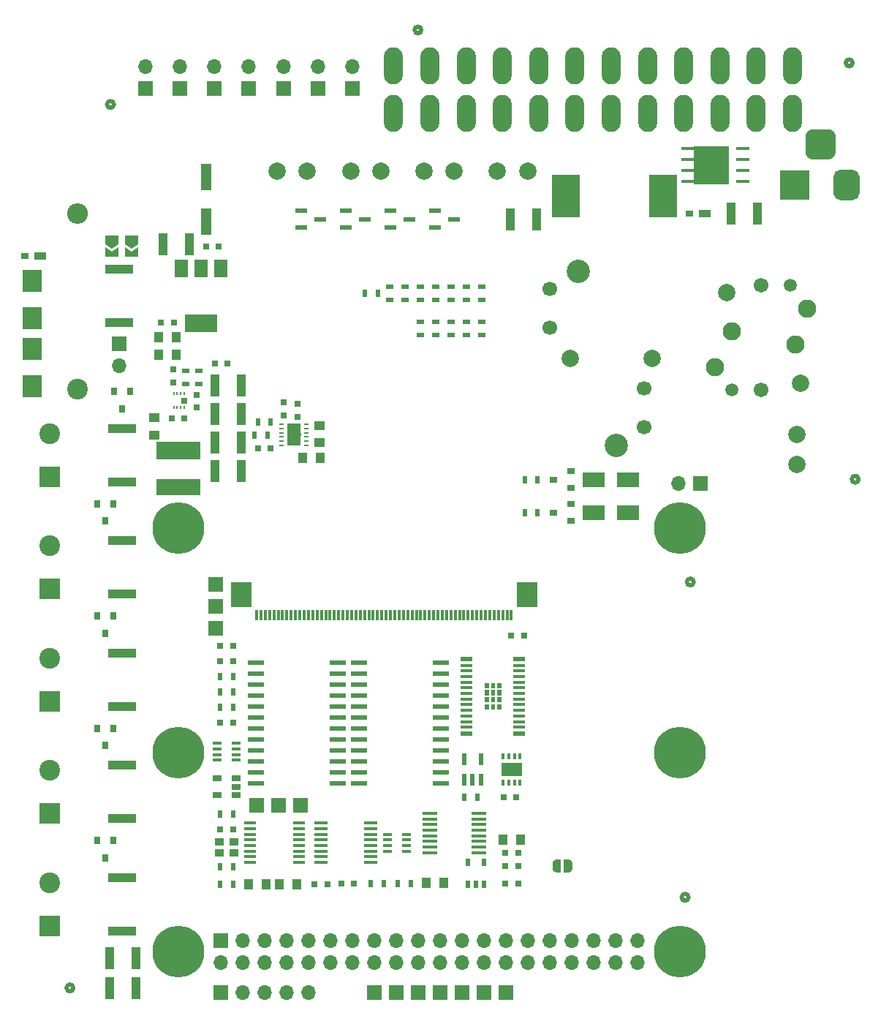
<source format=gts>
G04 #@! TF.GenerationSoftware,KiCad,Pcbnew,(5.1.6-0-10_14)*
G04 #@! TF.CreationDate,2021-12-06T16:22:22+09:00*
G04 #@! TF.ProjectId,qPCR-main,71504352-2d6d-4616-996e-2e6b69636164,rev?*
G04 #@! TF.SameCoordinates,Original*
G04 #@! TF.FileFunction,Soldermask,Top*
G04 #@! TF.FilePolarity,Negative*
%FSLAX46Y46*%
G04 Gerber Fmt 4.6, Leading zero omitted, Abs format (unit mm)*
G04 Created by KiCad (PCBNEW (5.1.6-0-10_14)) date 2021-12-06 16:22:22*
%MOMM*%
%LPD*%
G01*
G04 APERTURE LIST*
%ADD10C,0.475000*%
%ADD11C,0.100000*%
%ADD12R,1.000000X1.250000*%
%ADD13O,1.700000X1.700000*%
%ADD14R,1.700000X1.700000*%
%ADD15R,0.800000X0.750000*%
%ADD16C,2.400000*%
%ADD17O,2.400000X2.400000*%
%ADD18C,2.108200*%
%ADD19C,1.498600*%
%ADD20C,1.701800*%
%ADD21C,2.006600*%
%ADD22R,1.397000X0.889000*%
%ADD23R,0.863600X0.762000*%
%ADD24R,1.320800X0.558800*%
%ADD25R,1.676400X0.355600*%
%ADD26R,1.350000X0.600000*%
%ADD27R,1.350000X0.400000*%
%ADD28R,3.200000X1.000000*%
%ADD29R,0.800000X0.900000*%
%ADD30R,0.750000X0.800000*%
%ADD31R,1.000000X2.500000*%
%ADD32R,1.250000X1.000000*%
%ADD33R,2.300000X2.500000*%
%ADD34R,0.711200X0.678200*%
%ADD35R,0.200000X0.457200*%
%ADD36R,0.499999X0.249999*%
%ADD37R,1.500000X2.500000*%
%ADD38C,0.600000*%
%ADD39R,0.900000X0.500000*%
%ADD40R,0.500000X0.900000*%
%ADD41R,2.400000X2.400000*%
%ADD42R,5.100000X2.100000*%
%ADD43R,5.100000X1.900000*%
%ADD44R,1.570000X0.410000*%
%ADD45R,1.473200X0.355600*%
%ADD46R,1.000000X0.900000*%
%ADD47C,2.000000*%
%ADD48R,3.500000X3.500000*%
%ADD49R,1.060000X0.650000*%
%ADD50R,1.060000X0.400000*%
%ADD51R,1.500000X2.000000*%
%ADD52R,3.800000X2.000000*%
%ADD53R,2.400000X3.000000*%
%ADD54R,0.300000X1.250000*%
%ADD55R,0.508000X0.825500*%
%ADD56R,1.219200X3.098800*%
%ADD57R,0.558800X1.473200*%
%ADD58R,2.500000X1.800000*%
%ADD59C,1.700000*%
%ADD60C,2.700000*%
%ADD61R,0.900000X0.800000*%
%ADD62R,2.400000X1.500000*%
%ADD63R,0.350000X0.650000*%
%ADD64R,1.879600X0.558800*%
%ADD65O,2.201600X4.301600*%
%ADD66R,1.516000X0.457200*%
%ADD67R,3.250000X5.000000*%
%ADD68C,6.000000*%
G04 APERTURE END LIST*
D10*
X159540000Y-137010000D02*
G75*
G03*
X159540000Y-137010000I-400000J0D01*
G01*
X160140000Y-100510000D02*
G75*
G03*
X160140000Y-100510000I-400000J0D01*
G01*
X179240000Y-88610000D02*
G75*
G03*
X179240000Y-88610000I-400000J0D01*
G01*
X178540000Y-40410000D02*
G75*
G03*
X178540000Y-40410000I-400000J0D01*
G01*
X128610000Y-36610000D02*
G75*
G03*
X128610000Y-36610000I-400000J0D01*
G01*
X88300000Y-147500000D02*
G75*
G03*
X88300000Y-147500000I-400000J0D01*
G01*
X92990000Y-45230000D02*
G75*
G03*
X92990000Y-45230000I-400000J0D01*
G01*
D11*
G36*
X137153532Y-114660000D02*
G01*
X137153532Y-115260000D01*
X136653532Y-115260000D01*
X136653532Y-114660000D01*
X137153532Y-114660000D01*
G37*
G36*
X137853532Y-114660000D02*
G01*
X137853532Y-115260000D01*
X137353532Y-115260000D01*
X137353532Y-114660000D01*
X137853532Y-114660000D01*
G37*
G36*
X136453532Y-114660000D02*
G01*
X136453532Y-115260000D01*
X135953532Y-115260000D01*
X135953532Y-114660000D01*
X136453532Y-114660000D01*
G37*
G36*
X137853532Y-113840000D02*
G01*
X137853532Y-114440000D01*
X137353532Y-114440000D01*
X137353532Y-113840000D01*
X137853532Y-113840000D01*
G37*
G36*
X136453532Y-113840000D02*
G01*
X136453532Y-114440000D01*
X135953532Y-114440000D01*
X135953532Y-113840000D01*
X136453532Y-113840000D01*
G37*
G36*
X137153532Y-113840000D02*
G01*
X137153532Y-114440000D01*
X136653532Y-114440000D01*
X136653532Y-113840000D01*
X137153532Y-113840000D01*
G37*
G36*
X137153532Y-112200000D02*
G01*
X137153532Y-112800000D01*
X136653532Y-112800000D01*
X136653532Y-112200000D01*
X137153532Y-112200000D01*
G37*
G36*
X137853532Y-112200000D02*
G01*
X137853532Y-112800000D01*
X137353532Y-112800000D01*
X137353532Y-112200000D01*
X137853532Y-112200000D01*
G37*
G36*
X136453532Y-112200000D02*
G01*
X136453532Y-112800000D01*
X135953532Y-112800000D01*
X135953532Y-112200000D01*
X136453532Y-112200000D01*
G37*
G36*
X137853532Y-113020000D02*
G01*
X137853532Y-113620000D01*
X137353532Y-113620000D01*
X137353532Y-113020000D01*
X137853532Y-113020000D01*
G37*
G36*
X136453532Y-113020000D02*
G01*
X136453532Y-113620000D01*
X135953532Y-113620000D01*
X135953532Y-113020000D01*
X136453532Y-113020000D01*
G37*
G36*
X137153532Y-113020000D02*
G01*
X137153532Y-113620000D01*
X136653532Y-113620000D01*
X136653532Y-113020000D01*
X137153532Y-113020000D01*
G37*
G36*
X160114600Y-54429000D02*
G01*
X164102400Y-54429000D01*
X164102400Y-50111000D01*
X160114600Y-50111000D01*
X160114600Y-54429000D01*
G37*
X160114600Y-54429000D02*
X164102400Y-54429000D01*
X164102400Y-50111000D01*
X160114600Y-50111000D01*
X160114600Y-54429000D01*
D12*
X116880000Y-86140000D03*
X114880000Y-86140000D03*
D11*
G36*
X144280000Y-134119398D02*
G01*
X144255466Y-134119398D01*
X144206635Y-134114588D01*
X144158510Y-134105016D01*
X144111555Y-134090772D01*
X144066222Y-134071995D01*
X144022949Y-134048864D01*
X143982150Y-134021604D01*
X143944221Y-133990476D01*
X143909524Y-133955779D01*
X143878396Y-133917850D01*
X143851136Y-133877051D01*
X143828005Y-133833778D01*
X143809228Y-133788445D01*
X143794984Y-133741490D01*
X143785412Y-133693365D01*
X143780602Y-133644534D01*
X143780602Y-133620000D01*
X143780000Y-133620000D01*
X143780000Y-133120000D01*
X143780602Y-133120000D01*
X143780602Y-133095466D01*
X143785412Y-133046635D01*
X143794984Y-132998510D01*
X143809228Y-132951555D01*
X143828005Y-132906222D01*
X143851136Y-132862949D01*
X143878396Y-132822150D01*
X143909524Y-132784221D01*
X143944221Y-132749524D01*
X143982150Y-132718396D01*
X144022949Y-132691136D01*
X144066222Y-132668005D01*
X144111555Y-132649228D01*
X144158510Y-132634984D01*
X144206635Y-132625412D01*
X144255466Y-132620602D01*
X144280000Y-132620602D01*
X144280000Y-132620000D01*
X144780000Y-132620000D01*
X144780000Y-134120000D01*
X144280000Y-134120000D01*
X144280000Y-134119398D01*
G37*
G36*
X145080000Y-132620000D02*
G01*
X145580000Y-132620000D01*
X145580000Y-132620602D01*
X145604534Y-132620602D01*
X145653365Y-132625412D01*
X145701490Y-132634984D01*
X145748445Y-132649228D01*
X145793778Y-132668005D01*
X145837051Y-132691136D01*
X145877850Y-132718396D01*
X145915779Y-132749524D01*
X145950476Y-132784221D01*
X145981604Y-132822150D01*
X146008864Y-132862949D01*
X146031995Y-132906222D01*
X146050772Y-132951555D01*
X146065016Y-132998510D01*
X146074588Y-133046635D01*
X146079398Y-133095466D01*
X146079398Y-133120000D01*
X146080000Y-133120000D01*
X146080000Y-133620000D01*
X146079398Y-133620000D01*
X146079398Y-133644534D01*
X146074588Y-133693365D01*
X146065016Y-133741490D01*
X146050772Y-133788445D01*
X146031995Y-133833778D01*
X146008864Y-133877051D01*
X145981604Y-133917850D01*
X145950476Y-133955779D01*
X145915779Y-133990476D01*
X145877850Y-134021604D01*
X145837051Y-134048864D01*
X145793778Y-134071995D01*
X145748445Y-134090772D01*
X145701490Y-134105016D01*
X145653365Y-134114588D01*
X145604534Y-134119398D01*
X145580000Y-134119398D01*
X145580000Y-134120000D01*
X145080000Y-134120000D01*
X145080000Y-132620000D01*
G37*
D13*
X158360000Y-89100000D03*
D14*
X160900000Y-89100000D03*
D15*
X104650000Y-75200000D03*
X106150000Y-75200000D03*
D16*
X88800000Y-78200000D03*
D17*
X88800000Y-57880000D03*
D18*
X173290000Y-68850000D03*
D19*
X171340000Y-66200000D03*
D20*
X167940000Y-66200000D03*
D21*
X163990000Y-67000000D03*
D18*
X164590000Y-71500000D03*
X162590000Y-75650000D03*
D19*
X164540000Y-78300000D03*
D20*
X167940000Y-78300000D03*
D21*
X172490000Y-77500000D03*
D18*
X171890000Y-73000000D03*
D22*
X84449300Y-62800000D03*
D23*
X82684000Y-62800000D03*
D24*
X116852200Y-58500000D03*
X114667800Y-59439800D03*
X114667800Y-57560200D03*
X122017200Y-58500000D03*
X119832800Y-59439800D03*
X119832800Y-57560200D03*
X130162800Y-57560200D03*
X130162800Y-59439800D03*
X132347200Y-58500000D03*
X124997800Y-57560200D03*
X124997800Y-59439800D03*
X127182200Y-58500000D03*
D25*
X135219400Y-127295001D03*
X135219400Y-127945002D03*
X135219400Y-128595001D03*
X135219400Y-129245002D03*
X135219400Y-129895001D03*
X135219400Y-130544999D03*
X135219400Y-131195001D03*
X135219400Y-131844999D03*
X129580600Y-131844999D03*
X129580600Y-131194998D03*
X129580600Y-130544999D03*
X129580600Y-129894998D03*
X129580600Y-129244999D03*
X129580600Y-128595001D03*
X129580600Y-127944999D03*
X129580600Y-127295001D03*
D15*
X106790000Y-109680000D03*
X105290000Y-109680000D03*
D26*
X139953532Y-109415000D03*
X133853532Y-109415000D03*
D27*
X139953532Y-110165000D03*
X133853532Y-110165000D03*
X139953532Y-110815000D03*
X133853532Y-110815000D03*
X139953532Y-111465000D03*
X133853532Y-111465000D03*
X139953532Y-112115000D03*
X133853532Y-112115000D03*
X139953532Y-112765000D03*
X133853532Y-112765000D03*
X139953532Y-113415000D03*
X133853532Y-113415000D03*
X139953532Y-114065000D03*
X133853532Y-114065000D03*
X139953532Y-114715000D03*
X133853532Y-114715000D03*
X139953532Y-115365000D03*
X133853532Y-115365000D03*
X139953532Y-116015000D03*
X133853532Y-116015000D03*
X139953532Y-116665000D03*
X133853532Y-116665000D03*
X139953532Y-117315000D03*
X133853532Y-117315000D03*
D26*
X139953532Y-118065000D03*
X133853532Y-118065000D03*
D28*
X93936000Y-82720000D03*
X93936000Y-88920000D03*
D29*
X92926000Y-91450000D03*
X91026000Y-91450000D03*
X91976000Y-93450000D03*
D15*
X111150000Y-85010000D03*
X109650000Y-85010000D03*
D30*
X114290000Y-79890000D03*
X114290000Y-81390000D03*
D31*
X107700000Y-84400000D03*
X104700000Y-84400000D03*
D32*
X116770000Y-84380000D03*
X116770000Y-82380000D03*
D30*
X112670000Y-81220000D03*
X112670000Y-79720000D03*
D31*
X104700000Y-87700000D03*
X107700000Y-87700000D03*
D33*
X83500000Y-65650000D03*
X83500000Y-69950000D03*
X83500000Y-73550000D03*
X83500000Y-77850000D03*
D34*
X101158000Y-79500000D03*
D35*
X99910001Y-78725000D03*
X100310000Y-78725000D03*
X100710000Y-78725000D03*
X101109999Y-78725000D03*
X101109999Y-80275000D03*
X100710000Y-80275000D03*
X100310000Y-80275000D03*
X99910001Y-80275000D03*
D36*
X112380000Y-82220000D03*
X112380000Y-82719999D03*
X112380000Y-83220000D03*
X112380000Y-83720000D03*
X112380000Y-84220001D03*
X112380000Y-84720000D03*
X115280000Y-84720000D03*
X115280000Y-84220001D03*
X115280000Y-83720000D03*
X115280000Y-83220000D03*
X115280000Y-82719999D03*
X115280000Y-82220000D03*
D37*
X113830000Y-83470000D03*
D38*
X113830000Y-82469999D03*
X114430000Y-83470000D03*
X113830000Y-84470001D03*
X113330001Y-83470000D03*
D15*
X99660000Y-81570000D03*
X101160000Y-81570000D03*
D32*
X97690000Y-83520000D03*
X97690000Y-81520000D03*
D31*
X95510000Y-144040000D03*
X92510000Y-144040000D03*
D30*
X102560000Y-80340000D03*
X102560000Y-78840000D03*
D14*
X105370000Y-148000000D03*
D13*
X107910000Y-148000000D03*
X110450000Y-148000000D03*
X112990000Y-148000000D03*
X115530000Y-148000000D03*
D29*
X91976000Y-106450000D03*
X91026000Y-104450000D03*
X92926000Y-104450000D03*
X93936000Y-80450000D03*
X92986000Y-78450000D03*
X94886000Y-78450000D03*
X91976000Y-132450000D03*
X91026000Y-130450000D03*
X92926000Y-130450000D03*
X92926000Y-117450000D03*
X91026000Y-117450000D03*
X91976000Y-119450000D03*
D31*
X104700000Y-81100000D03*
X107700000Y-81100000D03*
D28*
X93936000Y-101920000D03*
X93936000Y-95720000D03*
D39*
X101320000Y-77580000D03*
X101320000Y-76080000D03*
X102870000Y-76070000D03*
X102870000Y-77570000D03*
D40*
X111150000Y-81980000D03*
X109650000Y-81980000D03*
D28*
X93936000Y-134720000D03*
X93936000Y-140920000D03*
X93936000Y-127920000D03*
X93936000Y-121720000D03*
X93936000Y-108720000D03*
X93936000Y-114920000D03*
D40*
X109250000Y-83540000D03*
X110750000Y-83540000D03*
D28*
X93620000Y-70460000D03*
X93620000Y-64260000D03*
D11*
G36*
X92760000Y-61925000D02*
G01*
X92010000Y-61425000D01*
X92010000Y-60425000D01*
X93510000Y-60425000D01*
X93510000Y-61425000D01*
X92760000Y-61925000D01*
G37*
G36*
X92010000Y-62875000D02*
G01*
X92010000Y-61725000D01*
X92760000Y-62225000D01*
X93510000Y-61725000D01*
X93510000Y-62875000D01*
X92010000Y-62875000D01*
G37*
G36*
X94300000Y-62875000D02*
G01*
X94300000Y-61725000D01*
X95050000Y-62225000D01*
X95800000Y-61725000D01*
X95800000Y-62875000D01*
X94300000Y-62875000D01*
G37*
G36*
X95050000Y-61925000D02*
G01*
X94300000Y-61425000D01*
X94300000Y-60425000D01*
X95800000Y-60425000D01*
X95800000Y-61425000D01*
X95050000Y-61925000D01*
G37*
D14*
X109476000Y-126380000D03*
X93600000Y-72900000D03*
D13*
X93600000Y-75440000D03*
D40*
X105290000Y-135468000D03*
X106790000Y-135468000D03*
D12*
X114152000Y-135468000D03*
X112152000Y-135468000D03*
D13*
X96625490Y-40870000D03*
D14*
X96625490Y-43410000D03*
X112625490Y-43410000D03*
D13*
X112625490Y-40870000D03*
D14*
X108625490Y-43410000D03*
D13*
X108625490Y-40870000D03*
X104625490Y-40870000D03*
D14*
X104625490Y-43410000D03*
D13*
X100625490Y-40870000D03*
D14*
X100625490Y-43410000D03*
D41*
X85546000Y-88320000D03*
D16*
X85546000Y-83320000D03*
X85546000Y-96320000D03*
D41*
X85546000Y-101320000D03*
X85546000Y-114320000D03*
D16*
X85546000Y-109320000D03*
D41*
X85546000Y-127320000D03*
D16*
X85546000Y-122320000D03*
X85546000Y-135320000D03*
D41*
X85546000Y-140320000D03*
D42*
X100500000Y-85300000D03*
D43*
X100500000Y-89500000D03*
D12*
X110596000Y-135468000D03*
X108596000Y-135468000D03*
D15*
X98450000Y-70500000D03*
X99950000Y-70500000D03*
D12*
X100200000Y-72200000D03*
X98200000Y-72200000D03*
D30*
X99870000Y-75930000D03*
X99870000Y-77430000D03*
D31*
X92530000Y-147530000D03*
X95530000Y-147530000D03*
D12*
X100200000Y-74200000D03*
X98200000Y-74200000D03*
D44*
X122730000Y-128425000D03*
X122730000Y-129075000D03*
X122730000Y-129725000D03*
X122730000Y-130375000D03*
X122730000Y-131025000D03*
X122730000Y-131675000D03*
X122730000Y-132325000D03*
X122730000Y-132975000D03*
X116990000Y-132975000D03*
X116990000Y-132325000D03*
X116990000Y-131675000D03*
X116990000Y-131025000D03*
X116990000Y-130375000D03*
X116990000Y-129725000D03*
X116990000Y-129075000D03*
X116990000Y-128425000D03*
D45*
X114399400Y-128425001D03*
X114399400Y-129075002D03*
X114399400Y-129725001D03*
X114399400Y-130375002D03*
X114399400Y-131025001D03*
X114399400Y-131674999D03*
X114399400Y-132325001D03*
X114399400Y-132974999D03*
X108760600Y-132974999D03*
X108760600Y-132324998D03*
X108760600Y-131674999D03*
X108760600Y-131024998D03*
X108760600Y-130374999D03*
X108760600Y-129725001D03*
X108760600Y-129074999D03*
X108760600Y-128425001D03*
D40*
X105290000Y-133436000D03*
X106790000Y-133436000D03*
D15*
X105290000Y-129118000D03*
X106790000Y-129118000D03*
D46*
X105227500Y-131822500D03*
X106852500Y-131822500D03*
X106852500Y-130597500D03*
X105227500Y-130597500D03*
D47*
X120400000Y-52930000D03*
X123900000Y-52930000D03*
X140900000Y-52930000D03*
X137400000Y-52930000D03*
X128900000Y-52930000D03*
X132400000Y-52930000D03*
G36*
G01*
X176579000Y-48976200D02*
X176579000Y-50726200D01*
G75*
G02*
X175704000Y-51601200I-875000J0D01*
G01*
X173954000Y-51601200D01*
G75*
G02*
X173079000Y-50726200I0J875000D01*
G01*
X173079000Y-48976200D01*
G75*
G02*
X173954000Y-48101200I875000J0D01*
G01*
X175704000Y-48101200D01*
G75*
G02*
X176579000Y-48976200I0J-875000D01*
G01*
G37*
G36*
G01*
X179329000Y-53551200D02*
X179329000Y-55551200D01*
G75*
G02*
X178579000Y-56301200I-750000J0D01*
G01*
X177079000Y-56301200D01*
G75*
G02*
X176329000Y-55551200I0J750000D01*
G01*
X176329000Y-53551200D01*
G75*
G02*
X177079000Y-52801200I750000J0D01*
G01*
X178579000Y-52801200D01*
G75*
G02*
X179329000Y-53551200I0J-750000D01*
G01*
G37*
D48*
X171829000Y-54551200D03*
D14*
X123150000Y-148000000D03*
X125690000Y-148000000D03*
X128230000Y-148000000D03*
X130770000Y-148000000D03*
X133310000Y-148000000D03*
X135850000Y-148000000D03*
X138390000Y-148000000D03*
X120625490Y-43410000D03*
D13*
X120625490Y-40870000D03*
D14*
X116625490Y-43410000D03*
D13*
X116625490Y-40870000D03*
D49*
X104940000Y-125160000D03*
X104940000Y-123260000D03*
X107140000Y-123260000D03*
X107140000Y-124210000D03*
X107140000Y-125160000D03*
D50*
X104940000Y-119180000D03*
X104940000Y-119830000D03*
X104940000Y-120490000D03*
X104940000Y-121140000D03*
X107140000Y-121140000D03*
X107140000Y-120490000D03*
X107140000Y-119830000D03*
X107140000Y-119180000D03*
X124700000Y-131680000D03*
X124700000Y-131030000D03*
X124700000Y-130370000D03*
X124700000Y-129720000D03*
X126900000Y-129720000D03*
X126900000Y-130370000D03*
X126900000Y-131030000D03*
X126900000Y-131680000D03*
D51*
X105400000Y-64250000D03*
X100800000Y-64250000D03*
X103100000Y-64250000D03*
D52*
X103100000Y-70550000D03*
D53*
X107720000Y-102015000D03*
X140820000Y-102015000D03*
D54*
X109520000Y-104340000D03*
X110020000Y-104340000D03*
X110520000Y-104340000D03*
X111020000Y-104340000D03*
X111520000Y-104340000D03*
X112020000Y-104340000D03*
X112520000Y-104340000D03*
X113020000Y-104340000D03*
X113520000Y-104340000D03*
X114020000Y-104340000D03*
X114520000Y-104340000D03*
X115020000Y-104340000D03*
X115520000Y-104340000D03*
X116020000Y-104340000D03*
X116520000Y-104340000D03*
X117020000Y-104340000D03*
X117520000Y-104340000D03*
X118020000Y-104340000D03*
X118520000Y-104340000D03*
X119020000Y-104340000D03*
X119520000Y-104340000D03*
X120020000Y-104340000D03*
X120520000Y-104340000D03*
X121020000Y-104340000D03*
X121520000Y-104340000D03*
X122020000Y-104340000D03*
X122520000Y-104340000D03*
X123020000Y-104340000D03*
X123520000Y-104340000D03*
X124020000Y-104340000D03*
X124520000Y-104340000D03*
X125020000Y-104340000D03*
X125520000Y-104340000D03*
X126020000Y-104340000D03*
X126520000Y-104340000D03*
X127020000Y-104340000D03*
X127520000Y-104340000D03*
X128020000Y-104340000D03*
X128520000Y-104340000D03*
X129020000Y-104340000D03*
X129520000Y-104340000D03*
X130020000Y-104340000D03*
X130520000Y-104340000D03*
X131020000Y-104340000D03*
X131520000Y-104340000D03*
X132020000Y-104340000D03*
X132520000Y-104340000D03*
X133020000Y-104340000D03*
X133520000Y-104340000D03*
X134020000Y-104340000D03*
X134520000Y-104340000D03*
X135020000Y-104340000D03*
X135520000Y-104340000D03*
X136020000Y-104340000D03*
X136520000Y-104340000D03*
X137020000Y-104340000D03*
X137520000Y-104340000D03*
X138020000Y-104340000D03*
X138520000Y-104340000D03*
X139020000Y-104340000D03*
D14*
X104810000Y-105910000D03*
X104810000Y-103370000D03*
X104810000Y-100830000D03*
D55*
X133957500Y-132976350D03*
X135862500Y-132976350D03*
X135849800Y-135503650D03*
X134910000Y-135503650D03*
X133970200Y-135503650D03*
D56*
X103700000Y-53647300D03*
X103700000Y-58752700D03*
D15*
X120820000Y-135440000D03*
X119320000Y-135440000D03*
X117700000Y-135480000D03*
X116200000Y-135480000D03*
X105290000Y-107902000D03*
X106790000Y-107902000D03*
X106790000Y-116792000D03*
X105290000Y-116792000D03*
X138100000Y-125410000D03*
X139600000Y-125410000D03*
X140480000Y-106720000D03*
X138980000Y-106720000D03*
D12*
X138060000Y-130360000D03*
X140060000Y-130360000D03*
D31*
X98700000Y-61400000D03*
X101700000Y-61400000D03*
D15*
X138310000Y-131884000D03*
X139810000Y-131884000D03*
X103650000Y-61700000D03*
X105150000Y-61700000D03*
X138310000Y-133408000D03*
X139810000Y-133408000D03*
D31*
X107700000Y-77800000D03*
X104700000Y-77800000D03*
D15*
X138310000Y-135440000D03*
X139810000Y-135440000D03*
D39*
X128516000Y-71880000D03*
X128516000Y-70380000D03*
X130294000Y-70380000D03*
X130294000Y-71880000D03*
X128516000Y-67850000D03*
X128516000Y-66350000D03*
X130294000Y-66350000D03*
X130294000Y-67850000D03*
X126738000Y-66350000D03*
X126738000Y-67850000D03*
X133850000Y-70380000D03*
X133850000Y-71880000D03*
X132072000Y-70380000D03*
X132072000Y-71880000D03*
X133850000Y-66350000D03*
X133850000Y-67850000D03*
X132072000Y-66350000D03*
X132072000Y-67850000D03*
D40*
X105290000Y-127340000D03*
X106790000Y-127340000D03*
X106790000Y-113236000D03*
X105290000Y-113236000D03*
X105290000Y-111458000D03*
X106790000Y-111458000D03*
X106790000Y-115014000D03*
X105290000Y-115014000D03*
X135060000Y-125410000D03*
X133560000Y-125410000D03*
X122720000Y-135440000D03*
X124220000Y-135440000D03*
X125880000Y-135440000D03*
X127380000Y-135440000D03*
D39*
X124960000Y-66350000D03*
X124960000Y-67850000D03*
D40*
X122040000Y-67100000D03*
X123540000Y-67100000D03*
D57*
X133569999Y-121016200D03*
X135470001Y-121016200D03*
X135470001Y-123403800D03*
X134520000Y-123403800D03*
X133569999Y-123403800D03*
D14*
X112016000Y-126380000D03*
X114556000Y-126380000D03*
D58*
X152510000Y-88646000D03*
X148510000Y-88646000D03*
X148510000Y-92456000D03*
X152510000Y-92456000D03*
D47*
X172050000Y-86890000D03*
X172050000Y-83390000D03*
X155360000Y-74610000D03*
D59*
X154410000Y-78110000D03*
X154410000Y-82610000D03*
D60*
X151160000Y-84710000D03*
D47*
X145860000Y-74610000D03*
D59*
X143510000Y-71110000D03*
X143510000Y-66610000D03*
D60*
X146760000Y-64510000D03*
D61*
X145910000Y-89596000D03*
X145910000Y-87696000D03*
X143910000Y-88646000D03*
X143910000Y-92456000D03*
X145910000Y-91506000D03*
X145910000Y-93406000D03*
D40*
X140550000Y-88646000D03*
X142050000Y-88646000D03*
X140550000Y-92456000D03*
X142050000Y-92456000D03*
D62*
X139060000Y-122210000D03*
D63*
X140035000Y-123760000D03*
X139385000Y-123760000D03*
X138734999Y-123760000D03*
X138085001Y-123760000D03*
X138085001Y-120660000D03*
X138734999Y-120660000D03*
X139385000Y-120660000D03*
X140035000Y-120660000D03*
D64*
X121392900Y-109825000D03*
X121392900Y-111095000D03*
X121392900Y-112365000D03*
X121392900Y-113635000D03*
X121392900Y-114905000D03*
X121392900Y-116175000D03*
X121392900Y-117445000D03*
X121392900Y-118715000D03*
X121392900Y-119985000D03*
X121392900Y-121255000D03*
X121392900Y-122525000D03*
X121392900Y-123795000D03*
X130867100Y-123795000D03*
X130867100Y-122525000D03*
X130867100Y-121255000D03*
X130867100Y-119985000D03*
X130867100Y-118715000D03*
X130867100Y-117445000D03*
X130867100Y-116175000D03*
X130867100Y-114905000D03*
X130867100Y-113635000D03*
X130867100Y-112365000D03*
X130867100Y-111095000D03*
X130867100Y-109825000D03*
X109474900Y-109825000D03*
X109474900Y-111095000D03*
X109474900Y-112365000D03*
X109474900Y-113635000D03*
X109474900Y-114905000D03*
X109474900Y-116175000D03*
X109474900Y-117445000D03*
X109474900Y-118715000D03*
X109474900Y-119985000D03*
X109474900Y-121255000D03*
X109474900Y-122525000D03*
X109474900Y-123795000D03*
X118949100Y-123795000D03*
X118949100Y-122525000D03*
X118949100Y-121255000D03*
X118949100Y-119985000D03*
X118949100Y-118715000D03*
X118949100Y-117445000D03*
X118949100Y-116175000D03*
X118949100Y-114905000D03*
X118949100Y-113635000D03*
X118949100Y-112365000D03*
X118949100Y-111095000D03*
X118949100Y-109825000D03*
D12*
X131160000Y-135320000D03*
X129160000Y-135320000D03*
D65*
X171580000Y-40746400D03*
X167380000Y-40746400D03*
X171580000Y-46246400D03*
X163180000Y-40746400D03*
X158980000Y-40746400D03*
X154780000Y-40746400D03*
X150580000Y-40746400D03*
X146380000Y-40746400D03*
X142180000Y-40746400D03*
X137980000Y-40746400D03*
X133780000Y-40746400D03*
X129580000Y-40746400D03*
X125380000Y-40746400D03*
X167380000Y-46246400D03*
X163180000Y-46246400D03*
X158980000Y-46246400D03*
X154780000Y-46246400D03*
X150580000Y-46246400D03*
X146380000Y-46246400D03*
X142180000Y-46246400D03*
X137980000Y-46246400D03*
X133780000Y-46246400D03*
X129580000Y-46246400D03*
X125380000Y-46246400D03*
D23*
X159674000Y-57840000D03*
D22*
X161439300Y-57840000D03*
D66*
X159509000Y-54175000D03*
X159509000Y-52905000D03*
X159509000Y-51635000D03*
X159509000Y-50365000D03*
X165851000Y-50365000D03*
X165851000Y-51635000D03*
X165851000Y-52905000D03*
X165851000Y-54175000D03*
D31*
X164490000Y-57840000D03*
X167490000Y-57840000D03*
X141910000Y-58530000D03*
X138910000Y-58530000D03*
D39*
X135628000Y-70380000D03*
X135628000Y-71880000D03*
X135628000Y-67850000D03*
X135628000Y-66350000D03*
D67*
X156595000Y-55830000D03*
X145345000Y-55830000D03*
D47*
X115400000Y-52930000D03*
X111900000Y-52930000D03*
D68*
X158500000Y-143270000D03*
X100500000Y-94270000D03*
X158500000Y-94270000D03*
X100500000Y-143270000D03*
D13*
X153630000Y-144540000D03*
X153630000Y-142000000D03*
X135850000Y-144540000D03*
X135850000Y-142000000D03*
X130770000Y-144540000D03*
X130770000Y-142000000D03*
X140930000Y-144540000D03*
X140930000Y-142000000D03*
X112990000Y-144540000D03*
X112990000Y-142000000D03*
X143470000Y-144540000D03*
X143470000Y-142000000D03*
X125690000Y-144540000D03*
X125690000Y-142000000D03*
X148550000Y-144540000D03*
X148550000Y-142000000D03*
X146010000Y-144540000D03*
X146010000Y-142000000D03*
X151090000Y-144540000D03*
X151090000Y-142000000D03*
X128230000Y-144540000D03*
X128230000Y-142000000D03*
X115530000Y-144540000D03*
X115530000Y-142000000D03*
X120610000Y-144540000D03*
X120610000Y-142000000D03*
X138390000Y-144540000D03*
X138390000Y-142000000D03*
X118070000Y-144540000D03*
X118070000Y-142000000D03*
X133310000Y-144540000D03*
X133310000Y-142000000D03*
D14*
X105370000Y-142000000D03*
D13*
X105370000Y-144540000D03*
X110450000Y-142000000D03*
X107910000Y-144540000D03*
X123150000Y-144540000D03*
X123150000Y-142000000D03*
X107910000Y-142000000D03*
X110450000Y-144540000D03*
D68*
X100500000Y-120270000D03*
X158500000Y-120270000D03*
M02*

</source>
